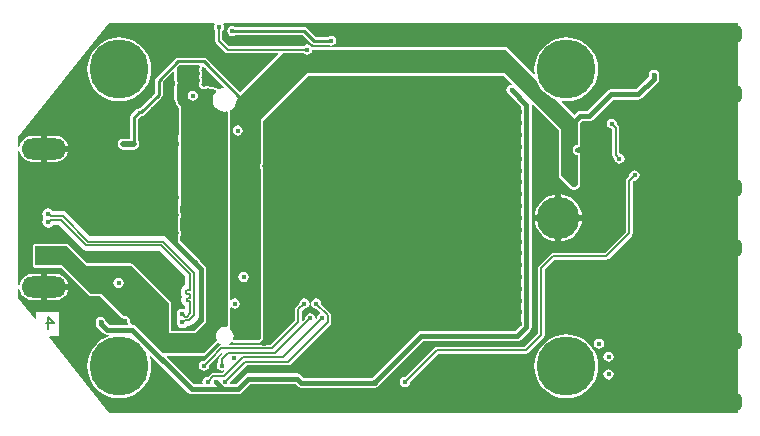
<source format=gbl>
G04*
G04 #@! TF.GenerationSoftware,Altium Limited,Altium Designer,20.1.12 (249)*
G04*
G04 Layer_Physical_Order=4*
G04 Layer_Color=16711680*
%FSLAX44Y44*%
%MOMM*%
G71*
G04*
G04 #@! TF.SameCoordinates,A9FEEA33-96DE-4984-9D73-42BCD588803D*
G04*
G04*
G04 #@! TF.FilePolarity,Positive*
G04*
G01*
G75*
%ADD12C,0.1500*%
%ADD85C,0.2500*%
G04:AMPARAMS|DCode=90|XSize=1.5mm|YSize=4mm|CornerRadius=0.375mm|HoleSize=0mm|Usage=FLASHONLY|Rotation=90.000|XOffset=0mm|YOffset=0mm|HoleType=Round|Shape=RoundedRectangle|*
%AMROUNDEDRECTD90*
21,1,1.5000,3.2500,0,0,90.0*
21,1,0.7500,4.0000,0,0,90.0*
1,1,0.7500,1.6250,0.3750*
1,1,0.7500,1.6250,-0.3750*
1,1,0.7500,-1.6250,-0.3750*
1,1,0.7500,-1.6250,0.3750*
%
%ADD90ROUNDEDRECTD90*%
%ADD118C,0.4500*%
%ADD122C,0.1350*%
%ADD123C,5.0000*%
%ADD124O,3.8000X1.8000*%
%ADD125C,0.4500*%
%ADD126C,3.6000*%
%ADD127C,0.5000*%
G36*
X443838Y286495D02*
X445118Y283404D01*
X447339Y279781D01*
X450099Y276549D01*
X453331Y273789D01*
X456954Y271568D01*
X460045Y270288D01*
X479000Y251334D01*
X479000Y231833D01*
X477342Y231503D01*
X475936Y230564D01*
X474997Y229158D01*
X474667Y227500D01*
X474997Y225842D01*
X475936Y224436D01*
X477342Y223497D01*
X479000Y223167D01*
X479000Y198500D01*
X476519Y196019D01*
X474547Y196019D01*
X465000Y205566D01*
X465000Y245110D01*
X417610Y292500D01*
X250000Y292500D01*
X212175Y254675D01*
X212009Y254564D01*
X211897Y254397D01*
X210500Y253000D01*
Y216412D01*
X209997Y215658D01*
X209667Y214000D01*
X209997Y212342D01*
X210500Y211588D01*
Y68000D01*
X209000Y66500D01*
X187568Y66500D01*
X187012Y67332D01*
X187307Y68042D01*
X187565Y70000D01*
X187307Y71958D01*
X186551Y73783D01*
X185349Y75349D01*
X184450Y76039D01*
X184443Y76048D01*
X184263Y76357D01*
X184251Y77304D01*
X184301Y77445D01*
X184384Y77569D01*
X184433Y77816D01*
X184518Y78054D01*
X184510Y78203D01*
X184539Y78349D01*
Y94115D01*
X185539Y94367D01*
X186842Y93497D01*
X188500Y93167D01*
X190158Y93497D01*
X191564Y94436D01*
X192503Y95842D01*
X192833Y97500D01*
X192503Y99158D01*
X191564Y100564D01*
X190158Y101503D01*
X188500Y101833D01*
X186842Y101503D01*
X185539Y100633D01*
X184539Y100885D01*
X184539Y259280D01*
X184526Y259346D01*
X184535Y259413D01*
X184449Y259734D01*
X184384Y260060D01*
X184467Y260492D01*
X184718Y261056D01*
X184838Y261180D01*
X185043Y261265D01*
X187132Y262868D01*
X188735Y264957D01*
X189743Y267390D01*
X190086Y270000D01*
X190076Y270076D01*
X229696Y309696D01*
X246762D01*
X246936Y309436D01*
X248342Y308497D01*
X250000Y308167D01*
X251658Y308497D01*
X253064Y309436D01*
X254003Y310842D01*
X254333Y312500D01*
X417833Y312500D01*
X443838Y286495D01*
D02*
G37*
G36*
X423440Y283786D02*
X422948Y282865D01*
X422938Y282866D01*
X421280Y282537D01*
X419874Y281597D01*
X418935Y280191D01*
X418605Y278533D01*
X418935Y276875D01*
X419874Y275469D01*
X431167Y264176D01*
Y79517D01*
X425983Y74333D01*
X346500D01*
X344842Y74003D01*
X343436Y73064D01*
X305205Y34833D01*
X246795D01*
X244564Y37064D01*
X243158Y38003D01*
X241500Y38333D01*
X200000D01*
X198342Y38003D01*
X196936Y37064D01*
X189205Y29333D01*
X185521D01*
X184701Y30333D01*
X184833Y31000D01*
X184772Y31307D01*
X198661Y45196D01*
X234000D01*
X235073Y45410D01*
X235983Y46017D01*
X269483Y79517D01*
X270090Y80427D01*
X270304Y81500D01*
Y87500D01*
X270090Y88573D01*
X269483Y89483D01*
X261772Y97193D01*
X261833Y97500D01*
X261503Y99158D01*
X260564Y100564D01*
X259158Y101503D01*
X257500Y101833D01*
X255842Y101503D01*
X254436Y100564D01*
X253497Y99158D01*
X253167Y97500D01*
X253497Y95842D01*
X254436Y94436D01*
X255842Y93497D01*
X257500Y93167D01*
X257807Y93228D01*
X261078Y89957D01*
X260707Y88913D01*
X259436Y88064D01*
X258497Y86658D01*
X258167Y85000D01*
X257789Y84677D01*
X257301Y84842D01*
X256803Y85151D01*
X256503Y86658D01*
X255564Y88064D01*
X254158Y89003D01*
X252500Y89333D01*
X250842Y89003D01*
X249436Y88064D01*
X248497Y86658D01*
X248167Y85000D01*
X248228Y84693D01*
X246304Y82769D01*
X245304Y83183D01*
Y91339D01*
X247193Y93228D01*
X247500Y93167D01*
X249158Y93497D01*
X250564Y94436D01*
X251503Y95842D01*
X251833Y97500D01*
X251503Y99158D01*
X250564Y100564D01*
X249158Y101503D01*
X247500Y101833D01*
X245842Y101503D01*
X244436Y100564D01*
X243497Y99158D01*
X243167Y97500D01*
X243228Y97193D01*
X240517Y94483D01*
X239910Y93573D01*
X239696Y92500D01*
Y83161D01*
X218839Y62304D01*
X183631D01*
X183432Y63304D01*
X183782Y63449D01*
X185247Y64573D01*
X185511Y64718D01*
X186435Y64805D01*
X186621Y64728D01*
X186788Y64616D01*
X186985Y64577D01*
X187170Y64500D01*
X187371D01*
X187568Y64461D01*
X209000Y64461D01*
X209780Y64616D01*
X210442Y65058D01*
X210442Y65058D01*
X211942Y66558D01*
X212384Y67220D01*
X212539Y68000D01*
Y211588D01*
X212500Y211785D01*
Y211986D01*
X212423Y212172D01*
X212384Y212369D01*
X212272Y212536D01*
X212195Y212721D01*
X211917Y213137D01*
X211746Y214000D01*
X211917Y214863D01*
X212195Y215279D01*
X212272Y215464D01*
X212384Y215631D01*
X212423Y215828D01*
X212500Y216014D01*
Y216215D01*
X212539Y216412D01*
Y252155D01*
X213339Y252955D01*
X213451Y253122D01*
X213617Y253234D01*
X250845Y290461D01*
X416766Y290461D01*
X423440Y283786D01*
D02*
G37*
G36*
X179181Y280987D02*
X178823Y279931D01*
X177389Y279743D01*
X175300Y278877D01*
X175299Y278877D01*
X174935Y278900D01*
X174362Y279122D01*
X174096Y279296D01*
X174080Y279312D01*
X174071Y279334D01*
X173806Y279600D01*
X173547Y279871D01*
X173525Y279880D01*
X173509Y279897D01*
X173162Y280041D01*
X172819Y280193D01*
X165191Y281896D01*
X165167Y281896D01*
X165145Y281905D01*
X164770D01*
X164396Y281914D01*
X164373Y281905D01*
X164349D01*
X164004Y281762D01*
X163654Y281627D01*
X163636Y281610D01*
X163614Y281601D01*
X163363Y281433D01*
X162500Y281261D01*
X161637Y281433D01*
X160906Y281922D01*
X160629Y282336D01*
X160605Y282360D01*
X160592Y282391D01*
X160417Y282653D01*
X160246Y283515D01*
X160417Y284378D01*
X160609Y284665D01*
X160685Y284847D01*
X160795Y285011D01*
X160835Y285211D01*
X160914Y285400D01*
Y285597D01*
X160953Y285790D01*
X160958Y287217D01*
X160919Y287418D01*
Y287623D01*
X160844Y287805D01*
X160806Y287998D01*
X160693Y288169D01*
X160615Y288358D01*
X160417Y288653D01*
X160246Y289515D01*
X160417Y290378D01*
X160632Y290699D01*
X160707Y290881D01*
X160817Y291044D01*
X160858Y291245D01*
X160936Y291434D01*
Y291631D01*
X160975Y291824D01*
X160981Y293186D01*
X160942Y293386D01*
Y293591D01*
X160866Y293773D01*
X160828Y293967D01*
X160715Y294137D01*
X160637Y294326D01*
X160417Y294655D01*
X160246Y295517D01*
X160417Y296380D01*
X160655Y296735D01*
X160730Y296917D01*
X160840Y297080D01*
X160881Y297281D01*
X160959Y297470D01*
Y297667D01*
X160981Y297773D01*
X161236Y297933D01*
X161999Y298169D01*
X179181Y280987D01*
D02*
G37*
G36*
X614902Y5098D02*
X82450D01*
X31249Y69099D01*
X31683Y70000D01*
X40000Y70000D01*
X40000Y90000D01*
X20000D01*
X20000Y84671D01*
X19056Y84340D01*
X5098Y101788D01*
Y109971D01*
X6098Y110036D01*
X6283Y108628D01*
X7391Y105953D01*
X9155Y103655D01*
X11453Y101891D01*
X14128Y100783D01*
X17000Y100405D01*
X24500D01*
Y111500D01*
Y122595D01*
X17000D01*
X14128Y122217D01*
X11453Y121108D01*
X9155Y119345D01*
X7391Y117047D01*
X6283Y114372D01*
X6098Y112964D01*
X5098Y113029D01*
X5098Y226971D01*
X6098Y227036D01*
X6283Y225628D01*
X7391Y222952D01*
X9155Y220655D01*
X11453Y218892D01*
X14128Y217783D01*
X17000Y217405D01*
X24500D01*
Y228500D01*
Y239595D01*
X17000D01*
X14128Y239217D01*
X11453Y238109D01*
X9155Y236345D01*
X7391Y234048D01*
X6283Y231372D01*
X6098Y229964D01*
X5098Y230030D01*
Y238211D01*
X82450Y334902D01*
X171268D01*
X171803Y333902D01*
X171164Y332946D01*
X170834Y331288D01*
X171164Y329630D01*
X172104Y328224D01*
X172196Y328162D01*
Y320000D01*
X172410Y318927D01*
X173017Y318017D01*
X180517Y310517D01*
X181427Y309910D01*
X182500Y309696D01*
X225506D01*
X225888Y308772D01*
X193328Y276212D01*
X164698Y304843D01*
X163623Y305561D01*
X162355Y305814D01*
X140264D01*
X138996Y305561D01*
X137921Y304843D01*
X121732Y288654D01*
X121014Y287579D01*
X120762Y286311D01*
Y275584D01*
X107992Y262814D01*
X107500D01*
X106232Y262562D01*
X105157Y261843D01*
X100657Y257343D01*
X99939Y256268D01*
X99686Y255000D01*
Y237088D01*
X94000D01*
X92244Y236739D01*
X90756Y235744D01*
X89761Y234256D01*
X89412Y232500D01*
X89761Y230744D01*
X90756Y229256D01*
X92244Y228261D01*
X94000Y227912D01*
X103000D01*
X104756Y228261D01*
X106244Y229256D01*
X107239Y230744D01*
X107588Y232500D01*
X107239Y234256D01*
X106314Y235641D01*
Y253628D01*
X108872Y256187D01*
X109364D01*
X110632Y256439D01*
X111707Y257157D01*
X126419Y271868D01*
X127137Y272943D01*
X127389Y274211D01*
Y284939D01*
X136521Y294070D01*
X137444Y293688D01*
X137444Y286306D01*
X137484Y286109D01*
Y285909D01*
X137561Y285723D01*
X137600Y285526D01*
X137711Y285359D01*
X137788Y285173D01*
X137996Y284863D01*
X138167Y284000D01*
X137996Y283137D01*
X137788Y282827D01*
X137711Y282641D01*
X137600Y282474D01*
X137561Y282277D01*
X137484Y282092D01*
Y281891D01*
X137445Y281694D01*
X137445Y270330D01*
X137455Y270280D01*
X137447Y270229D01*
X137532Y269891D01*
X137600Y269550D01*
X137628Y269507D01*
X137641Y269457D01*
X139747Y265008D01*
X139837Y264887D01*
X139895Y264748D01*
X140072Y264571D01*
X140221Y264369D01*
X140351Y264292D01*
X140457Y264185D01*
X140594Y264094D01*
X141082Y263363D01*
X141254Y262500D01*
X141092Y261686D01*
Y261492D01*
X141053Y261301D01*
X140978Y249102D01*
X141017Y248899D01*
Y248692D01*
X141254Y247500D01*
X141006Y246251D01*
X140997Y246230D01*
X140997Y246035D01*
X140958Y245845D01*
X140886Y234287D01*
X140926Y234084D01*
X140926Y233877D01*
X141000Y233697D01*
X141037Y233506D01*
X141061Y233469D01*
X141254Y232500D01*
X141063Y231542D01*
X141025Y231485D01*
X140983Y231282D01*
X140904Y231091D01*
Y230896D01*
X140864Y230705D01*
X140682Y201077D01*
X140721Y200874D01*
Y200667D01*
X140754Y200500D01*
X140714Y200297D01*
Y200102D01*
X140674Y199911D01*
X140612Y189699D01*
X140651Y189495D01*
Y189288D01*
X140725Y189109D01*
X140762Y188917D01*
X140876Y188745D01*
X140955Y188553D01*
X141082Y188363D01*
X141254Y187500D01*
X141082Y186638D01*
X140928Y186406D01*
X140854Y186227D01*
X140744Y186066D01*
X140703Y185863D01*
X140624Y185671D01*
Y185477D01*
X140584Y185286D01*
X140520Y174836D01*
X140559Y174633D01*
Y174426D01*
X140633Y174246D01*
X140670Y174055D01*
X140784Y173882D01*
X140864Y173690D01*
X141082Y173363D01*
X141254Y172500D01*
X141082Y171638D01*
X140835Y171267D01*
X140760Y171087D01*
X140651Y170926D01*
X140609Y170723D01*
X140530Y170532D01*
Y170337D01*
X140491Y170146D01*
X140428Y159973D01*
X140467Y159770D01*
Y159563D01*
X140542Y159383D01*
X140579Y159192D01*
X140693Y159019D01*
X140772Y158827D01*
X141082Y158363D01*
X141254Y157500D01*
X141082Y156638D01*
X140741Y156127D01*
X140667Y155947D01*
X140558Y155786D01*
X140516Y155583D01*
X140437Y155392D01*
Y155197D01*
X140398Y155007D01*
X140369Y150401D01*
X140370Y150394D01*
X140369Y150388D01*
X140446Y150000D01*
X140520Y149619D01*
X140523Y149614D01*
X140524Y149608D01*
X140743Y149281D01*
X140958Y148955D01*
X140963Y148952D01*
X140966Y148946D01*
X154760Y135152D01*
X154927Y135041D01*
X155069Y134899D01*
X155255Y134822D01*
X155422Y134710D01*
X155619Y134671D01*
X155804Y134594D01*
X155863Y134583D01*
X156594Y134094D01*
X157083Y133363D01*
X157094Y133304D01*
X157171Y133118D01*
X157210Y132921D01*
X157322Y132754D01*
X157399Y132569D01*
X157541Y132427D01*
X157652Y132260D01*
X162227Y127685D01*
X162226Y82695D01*
X153741Y74210D01*
X134914Y74210D01*
Y97625D01*
X134914Y97625D01*
X134759Y98405D01*
X134317Y99067D01*
X102442Y130942D01*
X101780Y131384D01*
X101000Y131539D01*
X63845D01*
X47942Y147442D01*
X47280Y147884D01*
X46500Y148039D01*
X19500D01*
X18720Y147884D01*
X18058Y147442D01*
X17616Y146780D01*
X17461Y146000D01*
Y130000D01*
X17616Y129220D01*
X18058Y128558D01*
X18720Y128116D01*
X19500Y127961D01*
X41655D01*
X65058Y104558D01*
X65720Y104116D01*
X66500Y103961D01*
X74845Y103961D01*
X93426Y85380D01*
X93593Y85268D01*
X93735Y85126D01*
X93921Y85049D01*
X94088Y84938D01*
X94285Y84899D01*
X94470Y84822D01*
X94671D01*
X94868Y84783D01*
X95065Y84822D01*
X95266D01*
X95514Y84871D01*
X96376Y84699D01*
X97107Y84211D01*
X97596Y83480D01*
X97768Y82617D01*
X97718Y82369D01*
Y82169D01*
X97679Y81972D01*
X97718Y81775D01*
Y81574D01*
X97795Y81388D01*
X97835Y81191D01*
X97946Y81024D01*
X98023Y80839D01*
X98165Y80697D01*
X98198Y80648D01*
X97973Y79797D01*
X97911Y79648D01*
X81928D01*
X79271Y82305D01*
X79003Y83650D01*
X78064Y85056D01*
X78047Y85072D01*
X76641Y86012D01*
X74983Y86342D01*
X73325Y86012D01*
X71919Y85072D01*
X70980Y83667D01*
X70650Y82008D01*
X70667Y81923D01*
Y80448D01*
X70997Y78790D01*
X71936Y77384D01*
X77069Y72250D01*
X78475Y71311D01*
X80133Y70981D01*
X81996D01*
X82195Y69981D01*
X78454Y68432D01*
X74831Y66211D01*
X71599Y63451D01*
X68839Y60219D01*
X66618Y56596D01*
X64992Y52669D01*
X64000Y48537D01*
X63667Y44300D01*
X64000Y40063D01*
X64992Y35931D01*
X66618Y32004D01*
X68839Y28381D01*
X71599Y25149D01*
X74831Y22389D01*
X78454Y20168D01*
X82381Y18542D01*
X86513Y17550D01*
X90750Y17217D01*
X94987Y17550D01*
X99119Y18542D01*
X103046Y20168D01*
X106669Y22389D01*
X109901Y25149D01*
X112661Y28381D01*
X114882Y32004D01*
X116508Y35931D01*
X117500Y40063D01*
X117833Y44300D01*
X117500Y48537D01*
X116508Y52669D01*
X116290Y53194D01*
X117122Y53750D01*
X148936Y21936D01*
X150342Y20997D01*
X152000Y20667D01*
X191000D01*
X192658Y20997D01*
X194064Y21936D01*
X201795Y29667D01*
X239705D01*
X241936Y27436D01*
X243342Y26497D01*
X245000Y26167D01*
X307000D01*
X308658Y26497D01*
X310064Y27436D01*
X310264Y27736D01*
X310564Y27936D01*
X348295Y65667D01*
X427778D01*
X429436Y65997D01*
X430842Y66936D01*
X438564Y74658D01*
X439503Y76064D01*
X439833Y77722D01*
Y265971D01*
X439831Y265981D01*
X440753Y266473D01*
X462961Y244265D01*
X462961Y205566D01*
X462961Y205566D01*
X463116Y204786D01*
X463558Y204124D01*
X463558Y204124D01*
X473105Y194577D01*
X473105Y194577D01*
X473500Y194313D01*
X473766Y194135D01*
X473766Y194135D01*
X473766Y194135D01*
X474546Y193980D01*
X476519Y193980D01*
X476519Y193980D01*
X477300Y194135D01*
X477962Y194578D01*
X477962Y194578D01*
X480442Y197058D01*
X480442Y197058D01*
X480884Y197720D01*
X481039Y198500D01*
X481039Y223167D01*
X481000Y223364D01*
Y223565D01*
X480923Y223750D01*
X480884Y223947D01*
X480772Y224114D01*
X480695Y224300D01*
X480554Y224442D01*
X480442Y224609D01*
X480275Y224720D01*
X480133Y224862D01*
X479947Y224939D01*
X479780Y225051D01*
X479583Y225090D01*
X479398Y225167D01*
X478137Y225417D01*
X477406Y225906D01*
X476917Y226637D01*
X476746Y227500D01*
X476917Y228363D01*
X477406Y229094D01*
X478137Y229583D01*
X479398Y229833D01*
X479583Y229910D01*
X479780Y229949D01*
X479947Y230061D01*
X480133Y230138D01*
X480275Y230280D01*
X480442Y230391D01*
X480554Y230558D01*
X480695Y230700D01*
X480772Y230886D01*
X480884Y231053D01*
X480923Y231250D01*
X481000Y231435D01*
Y231636D01*
X481039Y231833D01*
X481039Y250433D01*
X482457Y251851D01*
X488674D01*
X490332Y252181D01*
X491738Y253120D01*
X508784Y270167D01*
X530000D01*
X531658Y270497D01*
X533064Y271436D01*
X546564Y284936D01*
X547504Y286342D01*
X547833Y288000D01*
Y291000D01*
X547504Y292658D01*
X546564Y294064D01*
X545158Y295003D01*
X543500Y295333D01*
X541842Y295003D01*
X540436Y294064D01*
X539497Y292658D01*
X539167Y291000D01*
Y289795D01*
X528205Y278833D01*
X506989D01*
X505331Y278503D01*
X503925Y277564D01*
X486879Y260517D01*
X480662D01*
X479004Y260187D01*
X477598Y259248D01*
X475784Y257434D01*
X465292Y267925D01*
X465739Y268893D01*
X469250Y268617D01*
X473487Y268950D01*
X477619Y269942D01*
X481546Y271568D01*
X485169Y273789D01*
X488401Y276549D01*
X491161Y279781D01*
X493382Y283404D01*
X495008Y287331D01*
X496000Y291463D01*
X496334Y295700D01*
X496000Y299937D01*
X495008Y304069D01*
X493382Y307996D01*
X491161Y311619D01*
X488401Y314851D01*
X485169Y317611D01*
X481546Y319832D01*
X477619Y321458D01*
X473487Y322450D01*
X469250Y322784D01*
X465013Y322450D01*
X460881Y321458D01*
X456954Y319832D01*
X453331Y317611D01*
X450099Y314851D01*
X447339Y311619D01*
X445118Y307996D01*
X443492Y304069D01*
X442500Y299937D01*
X442166Y295700D01*
X442443Y292189D01*
X441475Y291742D01*
X419275Y313942D01*
X418614Y314384D01*
X417833Y314539D01*
X254333Y314539D01*
X254136Y314500D01*
X253935D01*
X253810Y314448D01*
X253064Y315564D01*
X251658Y316503D01*
X250000Y316833D01*
X248342Y316503D01*
X246936Y315564D01*
X246762Y315304D01*
X183661D01*
X177804Y321161D01*
Y327938D01*
X178232Y328224D01*
X179171Y329630D01*
X179501Y331288D01*
X179171Y332946D01*
X178532Y333902D01*
X179067Y334902D01*
X614902D01*
Y5098D01*
D02*
G37*
G36*
X158961Y298287D02*
X158959Y297868D01*
X158497Y297176D01*
X158167Y295517D01*
X158497Y293859D01*
X158941Y293193D01*
X158936Y291832D01*
X158497Y291174D01*
X158167Y289515D01*
X158497Y287857D01*
X158919Y287225D01*
X158914Y285798D01*
X158497Y285174D01*
X158167Y283515D01*
X158497Y281857D01*
X158897Y281258D01*
X158897Y281211D01*
X158934Y281203D01*
X159436Y280451D01*
X160842Y279512D01*
X162500Y279182D01*
X164158Y279512D01*
X164747Y279905D01*
X172375Y278202D01*
X172644Y276841D01*
X171265Y275043D01*
X170257Y272611D01*
X169914Y270000D01*
X170257Y267390D01*
X171265Y264957D01*
X172868Y262868D01*
X174957Y261265D01*
X177389Y260258D01*
X180000Y259914D01*
X181545Y260117D01*
X182500Y259280D01*
X182500Y78349D01*
X181230Y77403D01*
X180000Y77565D01*
X178042Y77307D01*
X176218Y76551D01*
X174651Y75349D01*
X173449Y73783D01*
X172693Y71958D01*
X172435Y70000D01*
X172693Y68042D01*
X173412Y66305D01*
X162607Y55500D01*
X127628Y55500D01*
X104750Y78378D01*
X103344Y79318D01*
X102131Y79559D01*
X99719Y81972D01*
X99847Y82617D01*
X99517Y84275D01*
X98578Y85681D01*
X97172Y86620D01*
X95514Y86950D01*
X94868Y86822D01*
X75690Y106000D01*
X66500Y106000D01*
X42500Y130000D01*
X19500D01*
Y146000D01*
X46500D01*
X63000Y129500D01*
X101000D01*
X132875Y97625D01*
Y72171D01*
X154585Y72171D01*
X164265Y81851D01*
X164266Y128530D01*
X159094Y133702D01*
X159003Y134158D01*
X158064Y135564D01*
X156658Y136503D01*
X156202Y136594D01*
X142408Y150388D01*
X142437Y154994D01*
X143003Y155842D01*
X143333Y157500D01*
X143003Y159158D01*
X142467Y159960D01*
X142530Y170134D01*
X143003Y170842D01*
X143333Y172500D01*
X143003Y174158D01*
X142559Y174823D01*
X142624Y185273D01*
X143003Y185842D01*
X143333Y187500D01*
X143003Y189158D01*
X142651Y189686D01*
X142714Y199899D01*
X142833Y200500D01*
X142721Y201065D01*
X142904Y230693D01*
X143003Y230842D01*
X143333Y232500D01*
X143003Y234158D01*
X142926Y234275D01*
X142997Y245832D01*
X143003Y245842D01*
X143333Y247500D01*
X143017Y249090D01*
X143092Y261289D01*
X143333Y262500D01*
X143003Y264158D01*
X142064Y265564D01*
X141590Y265881D01*
X139484Y270330D01*
X139484Y281694D01*
X139917Y282342D01*
X140247Y284000D01*
X139917Y285658D01*
X139484Y286306D01*
X139484Y297033D01*
X141637Y299186D01*
X158064D01*
X158961Y298287D01*
D02*
G37*
G36*
X174651Y64651D02*
X176218Y63449D01*
X176676Y63259D01*
X176574Y62219D01*
X175927Y62090D01*
X175017Y61483D01*
X166017Y52483D01*
X166017Y52483D01*
X162807Y49272D01*
X162500Y49333D01*
X160842Y49003D01*
X159436Y48064D01*
X158497Y46658D01*
X158167Y45000D01*
X158497Y43342D01*
X159436Y41936D01*
X160842Y40997D01*
X162500Y40667D01*
X164158Y40997D01*
X165564Y41936D01*
X166503Y43342D01*
X166833Y45000D01*
X166772Y45307D01*
X169983Y48517D01*
X169983Y48517D01*
X177582Y56117D01*
X177711Y56091D01*
X178041Y55006D01*
X175517Y52483D01*
X174910Y51573D01*
X174696Y50500D01*
Y48238D01*
X174436Y48064D01*
X173497Y46658D01*
X173167Y45000D01*
X173497Y43342D01*
X174436Y41936D01*
X175842Y40997D01*
X177500Y40667D01*
X179107Y40986D01*
X179170Y40943D01*
X179605Y40070D01*
X178339Y38804D01*
X170500D01*
X169427Y38590D01*
X168517Y37983D01*
X165807Y35272D01*
X165500Y35333D01*
X163842Y35003D01*
X162436Y34064D01*
X161497Y32658D01*
X161167Y31000D01*
X161299Y30333D01*
X160479Y29333D01*
X153795D01*
X130591Y52537D01*
X130974Y53461D01*
X162607Y53461D01*
X162607Y53461D01*
X163388Y53616D01*
X164049Y54058D01*
X174643Y64652D01*
X174651Y64651D01*
D02*
G37*
%LPC*%
G36*
X191000Y248333D02*
X189342Y248003D01*
X187936Y247064D01*
X186997Y245658D01*
X186667Y244000D01*
X186997Y242342D01*
X187936Y240936D01*
X189342Y239997D01*
X191000Y239667D01*
X192658Y239997D01*
X194064Y240936D01*
X195003Y242342D01*
X195333Y244000D01*
X195003Y245658D01*
X194064Y247064D01*
X192658Y248003D01*
X191000Y248333D01*
D02*
G37*
G36*
X196000Y124333D02*
X194342Y124003D01*
X192936Y123064D01*
X191997Y121658D01*
X191667Y120000D01*
X191997Y118342D01*
X192936Y116936D01*
X194342Y115997D01*
X196000Y115667D01*
X197658Y115997D01*
X199064Y116936D01*
X200003Y118342D01*
X200333Y120000D01*
X200003Y121658D01*
X199064Y123064D01*
X197658Y124003D01*
X196000Y124333D01*
D02*
G37*
G36*
X186408Y332663D02*
X184750Y332334D01*
X183344Y331394D01*
X182404Y329989D01*
X182075Y328330D01*
X182404Y326672D01*
X183344Y325266D01*
X184750Y324327D01*
X186408Y323997D01*
X188066Y324327D01*
X189098Y325017D01*
X246136D01*
X253499Y317654D01*
X254574Y316936D01*
X255842Y316683D01*
X267439D01*
X268471Y315994D01*
X270130Y315664D01*
X271788Y315994D01*
X273193Y316933D01*
X274133Y318339D01*
X274463Y319997D01*
X274133Y321655D01*
X273193Y323061D01*
X271788Y324000D01*
X270130Y324330D01*
X268471Y324000D01*
X267439Y323311D01*
X257214D01*
X249851Y330673D01*
X248776Y331392D01*
X247508Y331644D01*
X189098D01*
X188066Y332334D01*
X186408Y332663D01*
D02*
G37*
G36*
X90750Y322784D02*
X86513Y322450D01*
X82381Y321458D01*
X78454Y319832D01*
X74831Y317611D01*
X71599Y314851D01*
X68839Y311619D01*
X66618Y307996D01*
X64992Y304069D01*
X64000Y299937D01*
X63667Y295700D01*
X64000Y291463D01*
X64992Y287331D01*
X66618Y283404D01*
X68839Y279781D01*
X71599Y276549D01*
X74831Y273789D01*
X78454Y271568D01*
X82381Y269942D01*
X86513Y268950D01*
X90750Y268617D01*
X94987Y268950D01*
X99119Y269942D01*
X103046Y271568D01*
X106669Y273789D01*
X109901Y276549D01*
X112661Y279781D01*
X114882Y283404D01*
X116508Y287331D01*
X117500Y291463D01*
X117833Y295700D01*
X117500Y299937D01*
X116508Y304069D01*
X114882Y307996D01*
X112661Y311619D01*
X109901Y314851D01*
X106669Y317611D01*
X103046Y319832D01*
X99119Y321458D01*
X94987Y322450D01*
X90750Y322784D01*
D02*
G37*
G36*
X37000Y239595D02*
X29500D01*
Y231000D01*
X47766D01*
X47717Y231372D01*
X46609Y234048D01*
X44845Y236345D01*
X42547Y238109D01*
X39872Y239217D01*
X37000Y239595D01*
D02*
G37*
G36*
X47766Y226000D02*
X29500D01*
Y217405D01*
X37000D01*
X39872Y217783D01*
X42547Y218892D01*
X44845Y220655D01*
X46609Y222952D01*
X47717Y225628D01*
X47766Y226000D01*
D02*
G37*
G36*
X507750Y254083D02*
X506092Y253753D01*
X504686Y252814D01*
X503747Y251408D01*
X503417Y249750D01*
X503747Y248092D01*
X504686Y246686D01*
X506092Y245747D01*
X507750Y245417D01*
X508196Y244486D01*
Y223500D01*
X508410Y222427D01*
X509017Y221517D01*
X509978Y220557D01*
X509917Y220250D01*
X510247Y218592D01*
X511186Y217186D01*
X512592Y216247D01*
X514250Y215917D01*
X515908Y216247D01*
X517314Y217186D01*
X518253Y218592D01*
X518583Y220250D01*
X518253Y221908D01*
X517314Y223314D01*
X515908Y224254D01*
X514250Y224583D01*
X513804Y225514D01*
Y246500D01*
X513590Y247573D01*
X512983Y248483D01*
X512022Y249443D01*
X512083Y249750D01*
X511753Y251408D01*
X510814Y252814D01*
X509408Y253753D01*
X507750Y254083D01*
D02*
G37*
G36*
X527000Y210333D02*
X525342Y210004D01*
X523936Y209064D01*
X522997Y207658D01*
X522667Y206000D01*
X522728Y205693D01*
X520517Y203483D01*
X519910Y202573D01*
X519696Y201500D01*
Y158161D01*
X501839Y140304D01*
X458000D01*
X456927Y140090D01*
X456017Y139483D01*
X446017Y129483D01*
X445410Y128573D01*
X445196Y127500D01*
Y72161D01*
X433839Y60804D01*
X359500D01*
X358427Y60590D01*
X357517Y59983D01*
X332807Y35272D01*
X332500Y35333D01*
X330842Y35003D01*
X329436Y34064D01*
X328497Y32658D01*
X328167Y31000D01*
X328497Y29342D01*
X329436Y27936D01*
X330842Y26997D01*
X332500Y26667D01*
X334158Y26997D01*
X335564Y27936D01*
X336503Y29342D01*
X336833Y31000D01*
X336772Y31307D01*
X360661Y55196D01*
X435000D01*
X436073Y55410D01*
X436983Y56017D01*
X449983Y69017D01*
X450590Y69927D01*
X450804Y71000D01*
Y126339D01*
X459161Y134696D01*
X503000D01*
X504073Y134910D01*
X504983Y135517D01*
X524483Y155017D01*
X525090Y155927D01*
X525304Y157000D01*
Y200339D01*
X526693Y201728D01*
X527000Y201667D01*
X528658Y201997D01*
X530064Y202936D01*
X531003Y204342D01*
X531333Y206000D01*
X531003Y207658D01*
X530064Y209064D01*
X528658Y210004D01*
X527000Y210333D01*
D02*
G37*
G36*
X465000Y189851D02*
Y172500D01*
X482351D01*
X482211Y173921D01*
X481067Y177691D01*
X479210Y181165D01*
X476711Y184211D01*
X473665Y186710D01*
X470191Y188567D01*
X466421Y189711D01*
X465000Y189851D01*
D02*
G37*
G36*
X460000D02*
X458579Y189711D01*
X454809Y188567D01*
X451335Y186710D01*
X448289Y184211D01*
X445790Y181165D01*
X443933Y177691D01*
X442789Y173921D01*
X442649Y172500D01*
X460000D01*
Y189851D01*
D02*
G37*
G36*
X482350Y167500D02*
X465000D01*
Y150150D01*
X466421Y150290D01*
X470191Y151433D01*
X473665Y153290D01*
X476711Y155790D01*
X479210Y158835D01*
X481067Y162309D01*
X482211Y166080D01*
X482350Y167500D01*
D02*
G37*
G36*
X460000D02*
X442649D01*
X442789Y166080D01*
X443933Y162309D01*
X445790Y158835D01*
X448289Y155790D01*
X451335Y153290D01*
X454809Y151433D01*
X458579Y150290D01*
X460000Y150150D01*
Y167500D01*
D02*
G37*
G36*
X37000Y122595D02*
X29500D01*
Y114000D01*
X47766D01*
X47717Y114372D01*
X46609Y117047D01*
X44845Y119345D01*
X42547Y121108D01*
X39872Y122217D01*
X37000Y122595D01*
D02*
G37*
G36*
X47766Y109000D02*
X29500D01*
Y100405D01*
X37000D01*
X39872Y100783D01*
X42547Y101891D01*
X44845Y103655D01*
X46609Y105953D01*
X47717Y108628D01*
X47766Y109000D01*
D02*
G37*
G36*
X30816Y178267D02*
X30500D01*
X28676Y177904D01*
X27129Y176870D01*
X26096Y175324D01*
X25733Y173500D01*
X26096Y171676D01*
X26250Y171446D01*
Y168554D01*
X26096Y168324D01*
X25733Y166500D01*
X26096Y164676D01*
X27129Y163130D01*
X28676Y162096D01*
X30500Y161733D01*
X30816D01*
X32640Y162096D01*
X34186Y163130D01*
X34840Y163783D01*
X39526D01*
X59580Y143729D01*
X61126Y142696D01*
X62950Y142333D01*
X124426D01*
X146233Y120526D01*
Y113025D01*
X144880Y112121D01*
X144129Y111370D01*
X143575Y110541D01*
X143096Y109824D01*
X143096Y109824D01*
X143096Y109824D01*
X142999Y109334D01*
X142733Y108000D01*
X142733Y106500D01*
X142733Y106500D01*
Y106500D01*
X142864Y105844D01*
X143096Y104676D01*
X143096Y104676D01*
X143096Y104676D01*
X143798Y103626D01*
X143596Y103324D01*
X143233Y101500D01*
Y100000D01*
X143596Y98176D01*
X144629Y96629D01*
X145379Y95879D01*
X146233Y95309D01*
Y93905D01*
X145233Y93084D01*
X144316Y93267D01*
X144000D01*
X142176Y92904D01*
X140630Y91870D01*
X139596Y90324D01*
X139233Y88500D01*
X139596Y86676D01*
X139750Y86446D01*
Y83554D01*
X139596Y83324D01*
X139233Y81500D01*
X139596Y79676D01*
X140630Y78130D01*
X142176Y77096D01*
X144000Y76733D01*
X144316D01*
X146140Y77096D01*
X147686Y78130D01*
X148340Y78783D01*
X149550D01*
X151374Y79146D01*
X152921Y80180D01*
X157270Y84529D01*
X158304Y86076D01*
X158667Y87900D01*
Y123701D01*
X158304Y125525D01*
X157270Y127072D01*
X130972Y153371D01*
X129425Y154404D01*
X127601Y154767D01*
X66126D01*
X46072Y174820D01*
X44525Y175854D01*
X42701Y176217D01*
X36249D01*
X36249Y176217D01*
X34840D01*
X34186Y176870D01*
X32640Y177904D01*
X30816Y178267D01*
D02*
G37*
G36*
X497000Y67833D02*
X495342Y67503D01*
X493936Y66564D01*
X492997Y65158D01*
X492667Y63500D01*
X492997Y61842D01*
X493936Y60436D01*
X495342Y59497D01*
X497000Y59167D01*
X498658Y59497D01*
X500064Y60436D01*
X501003Y61842D01*
X501333Y63500D01*
X501003Y65158D01*
X500064Y66564D01*
X498658Y67503D01*
X497000Y67833D01*
D02*
G37*
G36*
X505000Y56833D02*
X503342Y56503D01*
X501936Y55564D01*
X500997Y54158D01*
X500667Y52500D01*
X500997Y50842D01*
X501936Y49436D01*
X503342Y48497D01*
X505000Y48167D01*
X506658Y48497D01*
X508064Y49436D01*
X509003Y50842D01*
X509333Y52500D01*
X509003Y54158D01*
X508064Y55564D01*
X506658Y56503D01*
X505000Y56833D01*
D02*
G37*
G36*
Y41833D02*
X503342Y41503D01*
X501936Y40564D01*
X500997Y39158D01*
X500667Y37500D01*
X500997Y35842D01*
X501936Y34436D01*
X503342Y33497D01*
X505000Y33167D01*
X506658Y33497D01*
X508064Y34436D01*
X509003Y35842D01*
X509333Y37500D01*
X509003Y39158D01*
X508064Y40564D01*
X506658Y41503D01*
X505000Y41833D01*
D02*
G37*
G36*
X469250Y71384D02*
X465013Y71050D01*
X460881Y70058D01*
X456954Y68432D01*
X453331Y66211D01*
X450099Y63451D01*
X447339Y60219D01*
X445118Y56596D01*
X443492Y52669D01*
X442500Y48537D01*
X442166Y44300D01*
X442500Y40063D01*
X443492Y35931D01*
X445118Y32004D01*
X447339Y28381D01*
X450099Y25149D01*
X453331Y22389D01*
X456954Y20168D01*
X460881Y18542D01*
X465013Y17550D01*
X469250Y17217D01*
X473487Y17550D01*
X477619Y18542D01*
X481546Y20168D01*
X485169Y22389D01*
X488401Y25149D01*
X491161Y28381D01*
X493382Y32004D01*
X495008Y35931D01*
X496000Y40063D01*
X496334Y44300D01*
X496000Y48537D01*
X495008Y52669D01*
X493382Y56596D01*
X491161Y60219D01*
X488401Y63451D01*
X485169Y66211D01*
X481546Y68432D01*
X477619Y70058D01*
X473487Y71050D01*
X469250Y71384D01*
D02*
G37*
G36*
X153000Y277833D02*
X151342Y277503D01*
X149936Y276564D01*
X148997Y275158D01*
X148667Y273500D01*
X148997Y271842D01*
X149936Y270436D01*
X151342Y269497D01*
X153000Y269167D01*
X154658Y269497D01*
X156064Y270436D01*
X157003Y271842D01*
X157333Y273500D01*
X157003Y275158D01*
X156064Y276564D01*
X154658Y277503D01*
X153000Y277833D01*
D02*
G37*
G36*
X90137Y119157D02*
X88479Y118827D01*
X87073Y117887D01*
X86133Y116482D01*
X85804Y114823D01*
X86133Y113165D01*
X87073Y111759D01*
X88479Y110820D01*
X90137Y110490D01*
X91795Y110820D01*
X93201Y111759D01*
X94140Y113165D01*
X94470Y114823D01*
X94140Y116482D01*
X93201Y117887D01*
X91795Y118827D01*
X90137Y119157D01*
D02*
G37*
%LPD*%
D12*
X175000Y331120D02*
X175168Y331288D01*
X175000Y320000D02*
Y331120D01*
Y320000D02*
X182500Y312500D01*
X250000D01*
X332500Y31000D02*
X359500Y58000D01*
X435000D01*
X448000Y71000D01*
Y127500D01*
X458000Y137500D01*
X503000D01*
X522500Y157000D01*
Y201500D01*
X527000Y206000D01*
X177000Y59500D02*
X220000D01*
X242500Y82000D01*
X168000Y50500D02*
X177000Y59500D01*
X168000Y50500D02*
X168000D01*
X162500Y45000D02*
X168000Y50500D01*
X177500Y45000D02*
Y50500D01*
X182500Y55500D02*
X223000D01*
X177500Y50500D02*
X182500Y55500D01*
X179500Y36000D02*
X195500Y52000D01*
X229500D01*
X170500Y36000D02*
X179500D01*
X242500Y92500D02*
X247500Y97500D01*
X242500Y82000D02*
Y92500D01*
X267500Y81500D02*
Y87500D01*
X234000Y48000D02*
X267500Y81500D01*
X257500Y97500D02*
X267500Y87500D01*
X197500Y48000D02*
X234000D01*
X229500Y52000D02*
X262500Y85000D01*
X223000Y55500D02*
X252500Y85000D01*
X511000Y223500D02*
X514250Y220250D01*
X511000Y223500D02*
Y246500D01*
X507750Y249750D02*
X511000Y246500D01*
X165500Y31000D02*
X170500Y36000D01*
X180500Y31000D02*
X197500Y48000D01*
X30334Y76002D02*
Y85998D01*
X35332Y81000D01*
X28668D01*
D85*
X247508Y328330D02*
X255842Y319997D01*
X186408Y328330D02*
X247508D01*
X255842Y319997D02*
X270130D01*
X124075Y274211D02*
Y286311D01*
X140264Y302500D02*
X162355D01*
X124075Y286311D02*
X140264Y302500D01*
X109364Y259500D02*
X124075Y274211D01*
X103000Y232500D02*
Y255000D01*
X107500Y259500D01*
X109364D01*
X162355Y302500D02*
X193854Y271000D01*
X201000D01*
D90*
X597500Y325500D02*
D03*
Y274500D02*
D03*
Y195500D02*
D03*
Y144500D02*
D03*
Y65500D02*
D03*
Y14500D02*
D03*
D118*
X506989Y274500D02*
X530000D01*
X543500Y288000D02*
Y291000D01*
X530000Y274500D02*
X543500Y288000D01*
X488674Y256184D02*
X506989Y274500D01*
X480662Y256184D02*
X488674D01*
X470000Y245522D02*
X480662Y256184D01*
X470000Y206000D02*
Y245522D01*
X74983Y82008D02*
X75000Y81992D01*
Y80448D02*
Y81992D01*
Y80448D02*
X80133Y75314D01*
X101686D01*
X152000Y25000D01*
X178500D01*
X346500Y70000D02*
X427778D01*
X435500Y77722D01*
Y265971D01*
X422938Y278533D02*
X435500Y265971D01*
X200000Y34000D02*
X241500D01*
X245000Y30500D02*
X307000D01*
X241500Y34000D02*
X245000Y30500D01*
X307500Y31000D02*
X346500Y70000D01*
X178500Y25000D02*
X191000D01*
X200000Y34000D01*
X172500Y31000D02*
X178500Y25000D01*
D122*
X148750Y99250D02*
X150250D01*
X148750Y102250D02*
X150250Y102250D01*
X148000Y100000D02*
Y101500D01*
X148750Y102250D01*
X148000Y100000D02*
X148750Y99250D01*
X151000Y89101D02*
Y98500D01*
Y109500D02*
Y122500D01*
Y105000D02*
X151000Y103000D01*
X150250Y99250D02*
X151000Y98500D01*
X150250Y102250D02*
X151000Y103000D01*
X150250Y108750D02*
X151000Y109500D01*
X150250Y105750D02*
X151000Y105000D01*
X147500Y106500D02*
X148250Y105750D01*
X150250Y105750D01*
X148250Y108750D02*
X150250Y108750D01*
X147500Y106500D02*
X147500Y108000D01*
X148250Y108750D01*
X146366Y86450D02*
X148349D01*
X153900Y87900D02*
Y123701D01*
X148349Y86450D02*
X151000Y89101D01*
X146366Y83550D02*
X149550D01*
X153900Y87900D01*
X32866Y171450D02*
X36249D01*
X42701Y171450D02*
X64151Y150000D01*
X41249Y171450D02*
X42701D01*
X64151Y150000D02*
X127601D01*
X62950Y147100D02*
X126400D01*
X41500Y168550D02*
X62950Y147100D01*
X126400D02*
X151000Y122500D01*
X144000Y88500D02*
X144316D01*
X146366Y86450D01*
X32866Y168550D02*
X41500D01*
X30816Y166500D02*
X32866Y168550D01*
X30500Y166500D02*
X30816D01*
X127601Y150000D02*
X153900Y123701D01*
X144316Y81500D02*
X146366Y83550D01*
X144000Y81500D02*
X144316D01*
X30500Y173500D02*
X30816D01*
X36249Y171450D02*
X41249D01*
X30816Y173500D02*
X32866Y171450D01*
D123*
X90750Y295700D02*
D03*
X469250Y44300D02*
D03*
X90750D02*
D03*
X469250Y295700D02*
D03*
D124*
X27000Y228500D02*
D03*
Y111500D02*
D03*
D125*
X157074Y320182D02*
D03*
X215073Y251500D02*
D03*
X398046Y278204D02*
D03*
X285684Y317137D02*
D03*
X567500Y290000D02*
D03*
X163074Y314180D02*
D03*
Y320180D02*
D03*
X157074Y314180D02*
D03*
X572500Y185000D02*
D03*
X570000Y150000D02*
D03*
X537500Y62500D02*
D03*
Y75000D02*
D03*
Y87500D02*
D03*
Y100000D02*
D03*
X535000Y110000D02*
D03*
X525000Y117500D02*
D03*
X532500Y132500D02*
D03*
X542500Y127500D02*
D03*
X552500Y120000D02*
D03*
X557500Y107500D02*
D03*
Y95000D02*
D03*
Y82500D02*
D03*
Y70000D02*
D03*
X560000Y57500D02*
D03*
X567500Y50000D02*
D03*
X565000Y27500D02*
D03*
X550000Y35000D02*
D03*
X565000Y310000D02*
D03*
X555000Y300000D02*
D03*
X552500Y287500D02*
D03*
Y270000D02*
D03*
Y260000D02*
D03*
X547500Y252500D02*
D03*
X567500Y277500D02*
D03*
Y265000D02*
D03*
Y252500D02*
D03*
X565000Y242500D02*
D03*
X557500Y237500D02*
D03*
X580000Y144500D02*
D03*
X597500Y144500D02*
D03*
X588500Y144500D02*
D03*
X606500D02*
D03*
Y195500D02*
D03*
X588500D02*
D03*
X597500Y195500D02*
D03*
X580000Y195500D02*
D03*
X612500Y144500D02*
D03*
Y195500D02*
D03*
X178971Y302773D02*
D03*
X172971D02*
D03*
X162500Y295517D02*
D03*
Y289515D02*
D03*
Y283515D02*
D03*
X258000Y330000D02*
D03*
X250000Y312500D02*
D03*
X270130Y319997D02*
D03*
X186408Y328330D02*
D03*
X175168Y331288D02*
D03*
X144980Y284312D02*
D03*
Y290312D02*
D03*
X144980Y296314D02*
D03*
X519933Y103942D02*
D03*
X513000Y120000D02*
D03*
Y135457D02*
D03*
X513485Y114012D02*
D03*
X500485D02*
D03*
X531534Y253064D02*
D03*
X540682Y252954D02*
D03*
X542170Y232783D02*
D03*
X530000Y140000D02*
D03*
X222000Y271000D02*
D03*
X215000Y265000D02*
D03*
Y271000D02*
D03*
X124000Y294000D02*
D03*
Y300000D02*
D03*
X129913Y284000D02*
D03*
X135913D02*
D03*
X208000Y271000D02*
D03*
X74983Y82008D02*
D03*
X90137Y114823D02*
D03*
X95514Y82617D02*
D03*
X84320Y82383D02*
D03*
X138500Y200500D02*
D03*
X150980Y296312D02*
D03*
X560000Y215000D02*
D03*
X575000D02*
D03*
X590000D02*
D03*
Y125000D02*
D03*
X575000D02*
D03*
X560000D02*
D03*
X422938Y278533D02*
D03*
X380500Y23000D02*
D03*
X398000Y44500D02*
D03*
X429500Y50000D02*
D03*
X362000Y52500D02*
D03*
X354000Y62500D02*
D03*
X445000Y133500D02*
D03*
X483500Y267500D02*
D03*
X486840Y319985D02*
D03*
X440521Y303340D02*
D03*
X612500Y325500D02*
D03*
Y274500D02*
D03*
Y65500D02*
D03*
Y14500D02*
D03*
X462500Y72500D02*
D03*
Y100000D02*
D03*
Y122500D02*
D03*
X492500Y100000D02*
D03*
Y115000D02*
D03*
Y130000D02*
D03*
Y145000D02*
D03*
X505000Y52500D02*
D03*
Y37500D02*
D03*
X525000Y47500D02*
D03*
X540000D02*
D03*
X500500Y92500D02*
D03*
X513500D02*
D03*
X497500Y163500D02*
D03*
Y183500D02*
D03*
Y173500D02*
D03*
X513000Y195000D02*
D03*
X501000D02*
D03*
X513000Y206000D02*
D03*
X501000D02*
D03*
Y214000D02*
D03*
X513000D02*
D03*
X505000Y243500D02*
D03*
X517500Y226500D02*
D03*
Y237000D02*
D03*
X505000Y233000D02*
D03*
X510000Y256000D02*
D03*
X520000D02*
D03*
X550000Y230000D02*
D03*
X525673Y232606D02*
D03*
X530000Y220000D02*
D03*
X545000D02*
D03*
X530000Y155000D02*
D03*
Y170000D02*
D03*
Y185000D02*
D03*
Y200000D02*
D03*
X545000Y140000D02*
D03*
Y155000D02*
D03*
Y185000D02*
D03*
Y200000D02*
D03*
X560000Y140000D02*
D03*
Y200000D02*
D03*
X507949Y9878D02*
D03*
X480000Y10000D02*
D03*
X430000D02*
D03*
X280000Y90000D02*
D03*
Y100000D02*
D03*
Y110000D02*
D03*
Y120000D02*
D03*
Y130000D02*
D03*
Y140000D02*
D03*
Y150000D02*
D03*
Y160000D02*
D03*
Y260000D02*
D03*
Y250000D02*
D03*
Y240000D02*
D03*
Y230000D02*
D03*
Y220000D02*
D03*
Y210000D02*
D03*
Y200000D02*
D03*
Y190000D02*
D03*
Y180000D02*
D03*
Y170000D02*
D03*
X270000Y100000D02*
D03*
Y110000D02*
D03*
Y120000D02*
D03*
Y130000D02*
D03*
Y140000D02*
D03*
Y150000D02*
D03*
Y160000D02*
D03*
Y260000D02*
D03*
Y250000D02*
D03*
Y240000D02*
D03*
Y230000D02*
D03*
Y220000D02*
D03*
Y210000D02*
D03*
Y200000D02*
D03*
Y190000D02*
D03*
Y180000D02*
D03*
Y170000D02*
D03*
X300000Y80000D02*
D03*
Y90000D02*
D03*
Y100000D02*
D03*
Y110000D02*
D03*
Y120000D02*
D03*
Y130000D02*
D03*
Y140000D02*
D03*
Y150000D02*
D03*
Y160000D02*
D03*
Y260000D02*
D03*
Y250000D02*
D03*
Y240000D02*
D03*
Y230000D02*
D03*
Y220000D02*
D03*
Y210000D02*
D03*
Y200000D02*
D03*
Y190000D02*
D03*
Y180000D02*
D03*
Y170000D02*
D03*
X290000Y80000D02*
D03*
Y90000D02*
D03*
Y100000D02*
D03*
Y110000D02*
D03*
Y120000D02*
D03*
Y130000D02*
D03*
Y140000D02*
D03*
Y150000D02*
D03*
Y160000D02*
D03*
Y260000D02*
D03*
Y250000D02*
D03*
Y240000D02*
D03*
Y230000D02*
D03*
Y220000D02*
D03*
Y210000D02*
D03*
Y200000D02*
D03*
Y190000D02*
D03*
Y180000D02*
D03*
Y170000D02*
D03*
X320000Y80000D02*
D03*
Y90000D02*
D03*
Y100000D02*
D03*
Y110000D02*
D03*
Y120000D02*
D03*
Y130000D02*
D03*
Y140000D02*
D03*
Y150000D02*
D03*
Y160000D02*
D03*
Y260000D02*
D03*
Y250000D02*
D03*
Y240000D02*
D03*
Y230000D02*
D03*
Y220000D02*
D03*
Y210000D02*
D03*
Y200000D02*
D03*
Y190000D02*
D03*
Y180000D02*
D03*
Y170000D02*
D03*
X310000Y80000D02*
D03*
Y90000D02*
D03*
Y100000D02*
D03*
Y110000D02*
D03*
Y120000D02*
D03*
Y130000D02*
D03*
Y140000D02*
D03*
Y150000D02*
D03*
Y160000D02*
D03*
Y260000D02*
D03*
Y250000D02*
D03*
Y240000D02*
D03*
Y230000D02*
D03*
Y220000D02*
D03*
Y210000D02*
D03*
Y200000D02*
D03*
Y190000D02*
D03*
Y180000D02*
D03*
Y170000D02*
D03*
X340000Y80000D02*
D03*
Y90000D02*
D03*
Y100000D02*
D03*
Y110000D02*
D03*
Y120000D02*
D03*
Y130000D02*
D03*
Y140000D02*
D03*
Y150000D02*
D03*
Y160000D02*
D03*
Y260000D02*
D03*
Y250000D02*
D03*
Y240000D02*
D03*
Y230000D02*
D03*
Y220000D02*
D03*
Y210000D02*
D03*
Y200000D02*
D03*
Y190000D02*
D03*
Y180000D02*
D03*
Y170000D02*
D03*
X330000Y80000D02*
D03*
Y90000D02*
D03*
Y100000D02*
D03*
Y110000D02*
D03*
Y120000D02*
D03*
Y130000D02*
D03*
Y140000D02*
D03*
Y150000D02*
D03*
Y160000D02*
D03*
Y260000D02*
D03*
Y250000D02*
D03*
Y240000D02*
D03*
Y230000D02*
D03*
Y220000D02*
D03*
Y210000D02*
D03*
Y200000D02*
D03*
Y190000D02*
D03*
Y180000D02*
D03*
Y170000D02*
D03*
X350000D02*
D03*
Y180000D02*
D03*
Y190000D02*
D03*
Y200000D02*
D03*
Y210000D02*
D03*
Y220000D02*
D03*
Y230000D02*
D03*
Y240000D02*
D03*
Y250000D02*
D03*
Y260000D02*
D03*
Y160000D02*
D03*
Y150000D02*
D03*
Y140000D02*
D03*
Y130000D02*
D03*
Y120000D02*
D03*
Y110000D02*
D03*
Y100000D02*
D03*
Y90000D02*
D03*
Y80000D02*
D03*
X360000Y170000D02*
D03*
Y180000D02*
D03*
Y190000D02*
D03*
Y200000D02*
D03*
Y210000D02*
D03*
Y220000D02*
D03*
Y230000D02*
D03*
Y240000D02*
D03*
Y250000D02*
D03*
Y260000D02*
D03*
Y160000D02*
D03*
Y150000D02*
D03*
Y140000D02*
D03*
Y130000D02*
D03*
Y120000D02*
D03*
Y110000D02*
D03*
Y100000D02*
D03*
Y90000D02*
D03*
Y80000D02*
D03*
X370000Y170000D02*
D03*
Y180000D02*
D03*
Y190000D02*
D03*
Y200000D02*
D03*
Y210000D02*
D03*
Y220000D02*
D03*
Y230000D02*
D03*
Y240000D02*
D03*
Y250000D02*
D03*
Y260000D02*
D03*
Y160000D02*
D03*
Y150000D02*
D03*
Y140000D02*
D03*
Y130000D02*
D03*
Y120000D02*
D03*
Y110000D02*
D03*
Y100000D02*
D03*
Y90000D02*
D03*
Y80000D02*
D03*
X380000Y170000D02*
D03*
Y180000D02*
D03*
Y190000D02*
D03*
Y200000D02*
D03*
Y210000D02*
D03*
Y220000D02*
D03*
Y230000D02*
D03*
Y240000D02*
D03*
Y250000D02*
D03*
Y260000D02*
D03*
Y160000D02*
D03*
Y150000D02*
D03*
Y140000D02*
D03*
Y130000D02*
D03*
Y120000D02*
D03*
Y110000D02*
D03*
Y100000D02*
D03*
Y90000D02*
D03*
Y80000D02*
D03*
X390000Y170000D02*
D03*
Y180000D02*
D03*
Y190000D02*
D03*
Y200000D02*
D03*
Y210000D02*
D03*
Y220000D02*
D03*
Y230000D02*
D03*
Y240000D02*
D03*
Y250000D02*
D03*
Y260000D02*
D03*
Y160000D02*
D03*
Y150000D02*
D03*
Y140000D02*
D03*
Y130000D02*
D03*
Y120000D02*
D03*
Y110000D02*
D03*
Y100000D02*
D03*
Y90000D02*
D03*
Y80000D02*
D03*
X400000Y170000D02*
D03*
Y180000D02*
D03*
Y190000D02*
D03*
Y200000D02*
D03*
Y210000D02*
D03*
Y220000D02*
D03*
Y230000D02*
D03*
Y240000D02*
D03*
Y250000D02*
D03*
Y260000D02*
D03*
Y160000D02*
D03*
Y150000D02*
D03*
Y140000D02*
D03*
Y130000D02*
D03*
Y120000D02*
D03*
Y110000D02*
D03*
Y100000D02*
D03*
Y90000D02*
D03*
Y80000D02*
D03*
X410000Y170000D02*
D03*
Y180000D02*
D03*
Y190000D02*
D03*
Y200000D02*
D03*
Y210000D02*
D03*
Y220000D02*
D03*
Y230000D02*
D03*
Y240000D02*
D03*
Y250000D02*
D03*
Y260000D02*
D03*
Y160000D02*
D03*
Y150000D02*
D03*
Y140000D02*
D03*
Y130000D02*
D03*
Y120000D02*
D03*
Y110000D02*
D03*
Y100000D02*
D03*
Y90000D02*
D03*
Y80000D02*
D03*
X420000Y170000D02*
D03*
Y180000D02*
D03*
Y190000D02*
D03*
Y200000D02*
D03*
Y210000D02*
D03*
Y220000D02*
D03*
Y230000D02*
D03*
Y240000D02*
D03*
Y250000D02*
D03*
Y260000D02*
D03*
Y160000D02*
D03*
Y150000D02*
D03*
Y140000D02*
D03*
Y130000D02*
D03*
Y120000D02*
D03*
Y110000D02*
D03*
Y100000D02*
D03*
Y90000D02*
D03*
Y80000D02*
D03*
X430000D02*
D03*
Y90000D02*
D03*
Y100000D02*
D03*
Y110000D02*
D03*
Y120000D02*
D03*
Y130000D02*
D03*
Y140000D02*
D03*
Y150000D02*
D03*
Y160000D02*
D03*
Y260000D02*
D03*
Y250000D02*
D03*
Y240000D02*
D03*
Y230000D02*
D03*
Y220000D02*
D03*
Y210000D02*
D03*
Y200000D02*
D03*
Y190000D02*
D03*
Y180000D02*
D03*
Y170000D02*
D03*
X505000Y330000D02*
D03*
X56000Y97000D02*
D03*
X191000Y244000D02*
D03*
X241500Y128500D02*
D03*
X220000Y202000D02*
D03*
X214000Y214000D02*
D03*
X213000Y63500D02*
D03*
X188500Y97500D02*
D03*
X187500Y51000D02*
D03*
X155000Y132500D02*
D03*
X20000Y97500D02*
D03*
X12500Y125000D02*
D03*
Y170000D02*
D03*
Y215000D02*
D03*
X17500Y242500D02*
D03*
X70336Y226608D02*
D03*
X48005Y287407D02*
D03*
X247500Y97500D02*
D03*
X257500D02*
D03*
X527000Y206000D02*
D03*
X580000Y274500D02*
D03*
X597500Y274500D02*
D03*
X588500Y274500D02*
D03*
X606500D02*
D03*
Y325500D02*
D03*
X588500D02*
D03*
X597500Y325500D02*
D03*
X580000Y325500D02*
D03*
X525000Y262000D02*
D03*
X505000D02*
D03*
Y284000D02*
D03*
X525000D02*
D03*
X479000Y227500D02*
D03*
X580000Y65500D02*
D03*
X597500Y65500D02*
D03*
X588500Y65500D02*
D03*
X606500D02*
D03*
Y14500D02*
D03*
X588500D02*
D03*
X597500Y14500D02*
D03*
X580000Y14500D02*
D03*
X517000Y63500D02*
D03*
X497000D02*
D03*
Y85500D02*
D03*
X517000D02*
D03*
X252500Y85000D02*
D03*
X262500D02*
D03*
X159500Y31000D02*
D03*
X257500Y88500D02*
D03*
X247500D02*
D03*
X171500Y45000D02*
D03*
X177500D02*
D03*
X162500D02*
D03*
X165500Y31000D02*
D03*
X180500D02*
D03*
X494500Y199500D02*
D03*
X485500D02*
D03*
X470000Y206000D02*
D03*
X516000Y181000D02*
D03*
Y166000D02*
D03*
X332500Y31000D02*
D03*
X289500Y21000D02*
D03*
X340500D02*
D03*
X322500Y31000D02*
D03*
X307500D02*
D03*
X213000Y28000D02*
D03*
X219000D02*
D03*
Y22000D02*
D03*
X218500Y7500D02*
D03*
X212500D02*
D03*
X213000Y22000D02*
D03*
Y40000D02*
D03*
X219000D02*
D03*
X172500Y31000D02*
D03*
X196000Y120000D02*
D03*
X201000Y265000D02*
D03*
X208000D02*
D03*
X201000Y271000D02*
D03*
Y69000D02*
D03*
X208000D02*
D03*
Y75000D02*
D03*
X201000D02*
D03*
X187500Y31000D02*
D03*
X144500Y21000D02*
D03*
X93500Y180000D02*
D03*
X87500D02*
D03*
X112000Y232500D02*
D03*
X94000D02*
D03*
X103000D02*
D03*
X30500Y166500D02*
D03*
Y173500D02*
D03*
X139000Y157500D02*
D03*
X119500D02*
D03*
X139000Y172500D02*
D03*
X119500D02*
D03*
X139000Y187500D02*
D03*
X119500D02*
D03*
Y202500D02*
D03*
Y217500D02*
D03*
X139000Y232500D02*
D03*
X119500D02*
D03*
X119500Y247500D02*
D03*
Y262500D02*
D03*
X139000D02*
D03*
Y247500D02*
D03*
X153000Y273500D02*
D03*
X117000D02*
D03*
X94000Y265500D02*
D03*
X103000D02*
D03*
X63000Y260500D02*
D03*
X86000D02*
D03*
Y240500D02*
D03*
X63000D02*
D03*
X69684Y173407D02*
D03*
Y166407D02*
D03*
X63684D02*
D03*
Y173407D02*
D03*
X144000Y81500D02*
D03*
Y88500D02*
D03*
X139000Y77500D02*
D03*
Y92500D02*
D03*
X25500Y162500D02*
D03*
Y177500D02*
D03*
X34316Y203407D02*
D03*
Y196407D02*
D03*
X28316D02*
D03*
Y203407D02*
D03*
X22000Y143500D02*
D03*
Y136500D02*
D03*
X28000Y143500D02*
D03*
Y136500D02*
D03*
X34000D02*
D03*
Y143500D02*
D03*
X514250Y220250D02*
D03*
X543500Y291000D02*
D03*
X549913Y279461D02*
D03*
X507750Y249750D02*
D03*
X150980Y290312D02*
D03*
X119698Y324962D02*
D03*
D126*
X462500Y170000D02*
D03*
D127*
X94000Y232500D02*
X103000D01*
M02*

</source>
